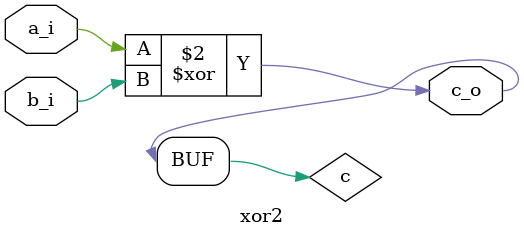
<source format=sv>
module xor2
  (input [0:0] a_i
  ,input [0:0] b_i
  ,output [0:0] c_o);

   // Implement a Two-Input Exclusive OR Module (xor2). You must use behavioral verilog.
   // 
   // Your code here:
   logic c;
   always_comb begin
        c = a_i ^ b_i;
   end
   assign c_o = c;
endmodule

</source>
